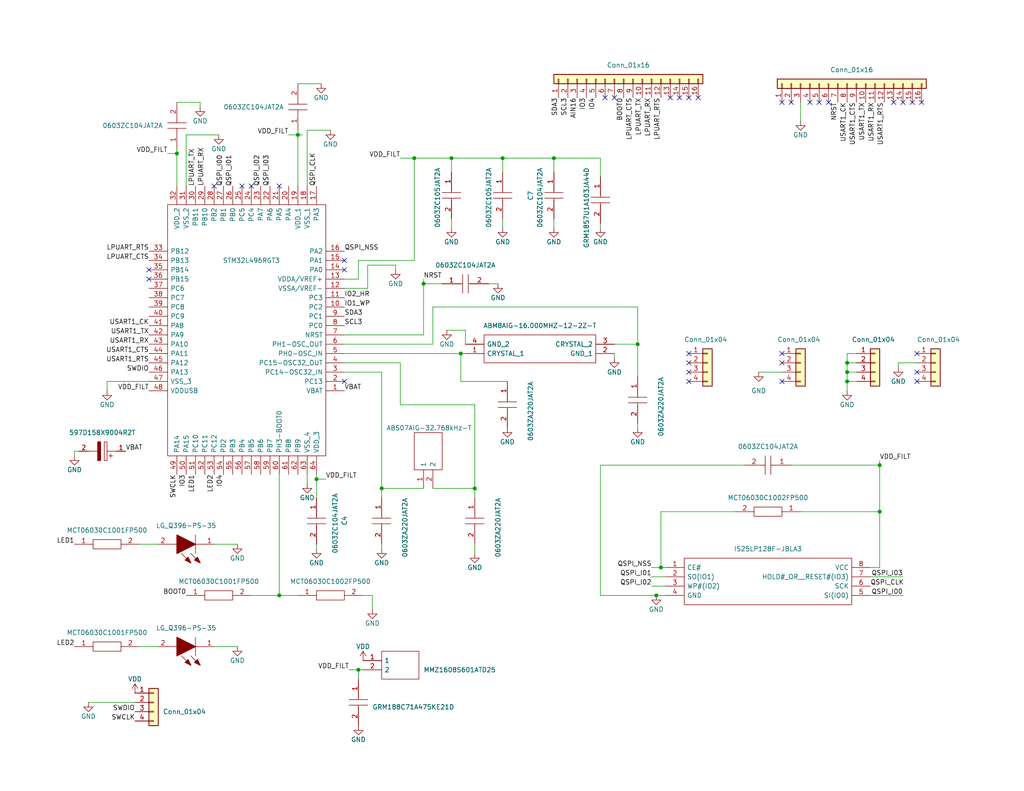
<source format=kicad_sch>
(kicad_sch (version 20211123) (generator eeschema)
  (paper "USLetter")
  (title_block (title "PQ CDH Schematic") (rev "V0.2.0") (company "Carnegie Mellon University -- Alok Anand") (comment 1 "Pocketqube Command and Data Handling"))
  (lib_symbols
    (symbol "Connector_Generic:Conn_01x04" (pin_names (offset 1.016) hide)
      (property "Reference" "J" (at 0 5.08 0))
      (property "Value" "Conn_01x04" (at 0 -7.62 0))
      (symbol "Conn_01x04_1_1"
        (pin passive line (at -5.08 2.54 0) (length 3.81) (name "Pin_1") (number "1"))
        (pin passive line (at -5.08 0 0) (length 3.81) (name "Pin_2") (number "2"))
        (pin passive line (at -5.08 -2.54 0) (length 3.81) (name "Pin_3") (number "3"))
        (pin passive line (at -5.08 -5.08 0) (length 3.81) (name "Pin_4") (number "4"))
      )
    )
    (symbol "Connector_Generic:Conn_01x16" (pin_names (offset 1.016) hide)
      (property "Reference" "J" (at 0 20.32 0))
      (property "Value" "Conn_01x16" (at 0 -22.86 0))
      (symbol "Conn_01x16_1_1"
        (pin passive line (at -5.08 17.78 0) (length 3.81) (name "Pin_1") (number "1"))
        (pin passive line (at -5.08 -5.08 0) (length 3.81) (name "Pin_10") (number "10"))
        (pin passive line (at -5.08 -7.62 0) (length 3.81) (name "Pin_11") (number "11"))
        (pin passive line (at -5.08 -10.16 0) (length 3.81) (name "Pin_12") (number "12"))
        (pin passive line (at -5.08 -12.7 0) (length 3.81) (name "Pin_13") (number "13"))
        (pin passive line (at -5.08 -15.24 0) (length 3.81) (name "Pin_14") (number "14"))
        (pin passive line (at -5.08 -17.78 0) (length 3.81) (name "Pin_15") (number "15"))
        (pin passive line (at -5.08 -20.32 0) (length 3.81) (name "Pin_16") (number "16"))
        (pin passive line (at -5.08 15.24 0) (length 3.81) (name "Pin_2") (number "2"))
        (pin passive line (at -5.08 12.7 0) (length 3.81) (name "Pin_3") (number "3"))
        (pin passive line (at -5.08 10.16 0) (length 3.81) (name "Pin_4") (number "4"))
        (pin passive line (at -5.08 7.62 0) (length 3.81) (name "Pin_5") (number "5"))
        (pin passive line (at -5.08 5.08 0) (length 3.81) (name "Pin_6") (number "6"))
        (pin passive line (at -5.08 2.54 0) (length 3.81) (name "Pin_7") (number "7"))
        (pin passive line (at -5.08 0 0) (length 3.81) (name "Pin_8") (number "8"))
        (pin passive line (at -5.08 -2.54 0) (length 3.81) (name "Pin_9") (number "9"))
      )
    )
    (symbol "power:GND" (power) (pin_names (offset 0))
      (property "Value" "GND" (at 0 -3.81 0))
      (symbol "GND_1_1"
        (pin power_in line (at 0 0 270) (length 0) hide (name "GND") (number "1"))
      )
    )
    (symbol "power:VDD" (power) (pin_names (offset 0))
      (property "Value" "VDD" (at 0 3.81 0))
      (symbol "VDD_1_1"
        (pin power_in line (at 0 0 90) (length 0) hide (name "VDD") (number "1"))
      )
    )
    (symbol "pq-cdh:0603ZA220JAT2A" (pin_names (offset 0.762))
      (property "Reference" "C" (at 8.89 6.35 0))
      (property "Value" "0603ZA220JAT2A" (at 8.89 3.81 0))
      (symbol "0603ZA220JAT2A_0_0"
        (pin passive line (at 0 0 0) (length 5.08) (name "~") (number "1"))
        (pin passive line (at 12.7 0 180) (length 5.08) (name "~") (number "2"))
      )
    )
    (symbol "pq-cdh:0603ZC104JAT2A" (pin_names (offset 0.762))
      (property "Reference" "C" (at 8.89 6.35 0))
      (property "Value" "0603ZC104JAT2A" (at 8.89 3.81 0))
      (symbol "0603ZC104JAT2A_0_0"
        (pin passive line (at 0 0 0) (length 5.08) (name "~") (number "1"))
        (pin passive line (at 12.7 0 180) (length 5.08) (name "~") (number "2"))
      )
    )
    (symbol "pq-cdh:0603ZC105JAT2A" (pin_names (offset 0.762))
      (property "Reference" "C" (at 8.89 6.35 0))
      (property "Value" "0603ZC105JAT2A" (at 8.89 3.81 0))
      (symbol "0603ZC105JAT2A_0_0"
        (pin passive line (at 0 0 0) (length 5.08) (name "~") (number "1"))
        (pin passive line (at 12.7 0 180) (length 5.08) (name "~") (number "2"))
      )
    )
    (symbol "pq-cdh:597D158X9004R2T" (pin_names (offset 0.762))
      (property "Reference" "C" (at 8.89 6.35 0))
      (property "Value" "597D158X9004R2T" (at 8.89 3.81 0))
      (symbol "597D158X9004R2T_0_0"
        (pin passive line (at 0 0 0) (length 2.54) (name "~") (number "1"))
        (pin passive line (at 12.7 0 180) (length 2.54) (name "~") (number "2"))
      )
    )
    (symbol "pq-cdh:ABM8AIG-16.000MHZ-12-2Z-T" (pin_names (offset 0.762))
      (property "Reference" "Y" (at 36.83 7.62 0))
      (property "Value" "ABM8AIG-16.000MHZ-12-2Z-T" (at 36.83 5.08 0))
      (symbol "ABM8AIG-16.000MHZ-12-2Z-T_0_0"
        (pin passive line (at 0 -2.54 0) (length 5.08) (name "CRYSTAL_1") (number "1"))
        (pin passive line (at 40.64 -2.54 180) (length 5.08) (name "GND_1") (number "2"))
        (pin passive line (at 40.64 0 180) (length 5.08) (name "CRYSTAL_2") (number "3"))
        (pin passive line (at 0 0 0) (length 5.08) (name "GND_2") (number "4"))
      )
    )
    (symbol "pq-cdh:ABS07AIG-32.768kHz-T" (pin_names (offset 0.762))
      (property "Reference" "Y" (at 16.51 7.62 0))
      (property "Value" "ABS07AIG-32.768kHz-T" (at 16.51 5.08 0))
      (symbol "ABS07AIG-32.768kHz-T_0_0"
        (pin passive line (at 0 0 0) (length 5.08) (name "1") (number "1"))
        (pin passive line (at 0 -2.54 0) (length 5.08) (name "2") (number "2"))
      )
    )
    (symbol "pq-cdh:GRM1857U1A103JA44D" (pin_names (offset 0.762))
      (property "Reference" "C" (at 8.89 6.35 0))
      (property "Value" "GRM1857U1A103JA44D" (at 8.89 3.81 0))
      (symbol "GRM1857U1A103JA44D_0_0"
        (pin passive line (at 0 0 0) (length 5.08) (name "~") (number "1"))
        (pin passive line (at 12.7 0 180) (length 5.08) (name "~") (number "2"))
      )
    )
    (symbol "pq-cdh:GRM188C71A475KE21D" (pin_names (offset 0.762))
      (property "Reference" "C" (at 8.89 6.35 0))
      (property "Value" "GRM188C71A475KE21D" (at 8.89 3.81 0))
      (symbol "GRM188C71A475KE21D_0_0"
        (pin passive line (at 0 0 0) (length 5.08) (name "~") (number "1"))
        (pin passive line (at 12.7 0 180) (length 5.08) (name "~") (number "2"))
      )
    )
    (symbol "pq-cdh:IS25LP128F-JBLA3" (pin_names (offset 0.762))
      (property "Reference" "IC" (at 52.07 7.62 0))
      (property "Value" "IS25LP128F-JBLA3" (at 52.07 5.08 0))
      (symbol "IS25LP128F-JBLA3_0_0"
        (pin passive line (at 0 0 0) (length 5.08) (name "CE#") (number "1"))
        (pin passive line (at 0 -2.54 0) (length 5.08) (name "SO(IO1)") (number "2"))
        (pin passive line (at 0 -5.08 0) (length 5.08) (name "WP#(IO2)") (number "3"))
        (pin passive line (at 0 -7.62 0) (length 5.08) (name "GND") (number "4"))
        (pin passive line (at 55.88 -7.62 180) (length 5.08) (name "SI(IO0)") (number "5"))
        (pin passive line (at 55.88 -5.08 180) (length 5.08) (name "SCK") (number "6"))
        (pin passive line (at 55.88 -2.54 180) (length 5.08) (name "HOLD#_OR__RESET#(IO3)") (number "7"))
        (pin passive line (at 55.88 0 180) (length 5.08) (name "VCC") (number "8"))
      )
    )
    (symbol "pq-cdh:LG_Q396-PS-35" (pin_names (offset 0.762))
      (property "Reference" "LED" (at 12.7 8.89 0))
      (property "Value" "LG_Q396-PS-35" (at 12.7 6.35 0))
      (symbol "LG_Q396-PS-35_0_0"
        (pin passive line (at 0 0 0) (length 2.54) (name "~") (number "1"))
        (pin passive line (at 15.24 0 180) (length 2.54) (name "~") (number "2"))
      )
    )
    (symbol "pq-cdh:MCT06030C1001FP500" (pin_names (offset 0.762))
      (property "Reference" "R" (at 13.97 6.35 0))
      (property "Value" "MCT06030C1001FP500" (at 13.97 3.81 0))
      (symbol "MCT06030C1001FP500_0_0"
        (pin passive line (at 0 0 0) (length 5.08) (name "~") (number "1"))
        (pin passive line (at 17.78 0 180) (length 5.08) (name "~") (number "2"))
      )
    )
    (symbol "pq-cdh:MCT06030C1002FP500" (pin_names (offset 0.762))
      (property "Reference" "R" (at 13.97 6.35 0))
      (property "Value" "MCT06030C1002FP500" (at 13.97 3.81 0))
      (symbol "MCT06030C1002FP500_0_0"
        (pin passive line (at 0 0 0) (length 5.08) (name "~") (number "1"))
        (pin passive line (at 17.78 0 180) (length 5.08) (name "~") (number "2"))
      )
    )
    (symbol "pq-cdh:MMZ1608S601ATD25" (pin_names (offset 0.762))
      (property "Reference" "FB" (at 16.51 7.62 0))
      (property "Value" "MMZ1608S601ATD25" (at 16.51 5.08 0))
      (symbol "MMZ1608S601ATD25_0_0"
        (pin passive line (at 0 0 0) (length 5.08) (name "1") (number "1"))
        (pin passive line (at 0 -2.54 0) (length 5.08) (name "2") (number "2"))
      )
    )
    (symbol "pq-cdh:STM32L496RGT3" (pin_names (offset 0.762))
      (property "Reference" "IC" (at 49.53 22.86 0))
      (property "Value" "STM32L496RGT3" (at 49.53 20.32 0))
      (symbol "STM32L496RGT3_0_0"
        (pin passive line (at 0 0 0) (length 5.08) (name "VBAT") (number "1"))
        (pin passive line (at 0 -22.86 0) (length 5.08) (name "PC2") (number "10"))
        (pin passive line (at 0 -25.4 0) (length 5.08) (name "PC3") (number "11"))
        (pin passive line (at 0 -27.94 0) (length 5.08) (name "VSSA/VREF-") (number "12"))
        (pin passive line (at 0 -30.48 0) (length 5.08) (name "VDDA/VREF+") (number "13"))
        (pin passive line (at 0 -33.02 0) (length 5.08) (name "PA0") (number "14"))
        (pin passive line (at 0 -35.56 0) (length 5.08) (name "PA1") (number "15"))
        (pin passive line (at 0 -38.1 0) (length 5.08) (name "PA2") (number "16"))
        (pin passive line (at 7.62 -55.88 90) (length 5.08) (name "PA3") (number "17"))
        (pin passive line (at 10.16 -55.88 90) (length 5.08) (name "VSS_1") (number "18"))
        (pin passive line (at 12.7 -55.88 90) (length 5.08) (name "VDD_1") (number "19"))
        (pin passive line (at 0 -2.54 0) (length 5.08) (name "PC13") (number "2"))
        (pin passive line (at 15.24 -55.88 90) (length 5.08) (name "PA4") (number "20"))
        (pin passive line (at 17.78 -55.88 90) (length 5.08) (name "PA5") (number "21"))
        (pin passive line (at 20.32 -55.88 90) (length 5.08) (name "PA6") (number "22"))
        (pin passive line (at 22.86 -55.88 90) (length 5.08) (name "PA7") (number "23"))
        (pin passive line (at 25.4 -55.88 90) (length 5.08) (name "PC4") (number "24"))
        (pin passive line (at 27.94 -55.88 90) (length 5.08) (name "PC5") (number "25"))
        (pin passive line (at 30.48 -55.88 90) (length 5.08) (name "PB0") (number "26"))
        (pin passive line (at 33.02 -55.88 90) (length 5.08) (name "PB1") (number "27"))
        (pin passive line (at 35.56 -55.88 90) (length 5.08) (name "PB2") (number "28"))
        (pin passive line (at 38.1 -55.88 90) (length 5.08) (name "PB10") (number "29"))
        (pin passive line (at 0 -5.08 0) (length 5.08) (name "PC14-OSC32_IN") (number "3"))
        (pin passive line (at 40.64 -55.88 90) (length 5.08) (name "PB11") (number "30"))
        (pin passive line (at 43.18 -55.88 90) (length 5.08) (name "VSS_2") (number "31"))
        (pin passive line (at 45.72 -55.88 90) (length 5.08) (name "VDD_2") (number "32"))
        (pin passive line (at 53.34 -38.1 180) (length 5.08) (name "PB12") (number "33"))
        (pin passive line (at 53.34 -35.56 180) (length 5.08) (name "PB13") (number "34"))
        (pin passive line (at 53.34 -33.02 180) (length 5.08) (name "PB14") (number "35"))
        (pin passive line (at 53.34 -30.48 180) (length 5.08) (name "PB15") (number "36"))
        (pin passive line (at 53.34 -27.94 180) (length 5.08) (name "PC6") (number "37"))
        (pin passive line (at 53.34 -25.4 180) (length 5.08) (name "PC7") (number "38"))
        (pin passive line (at 53.34 -22.86 180) (length 5.08) (name "PC8") (number "39"))
        (pin passive line (at 0 -7.62 0) (length 5.08) (name "PC15-OSC32_OUT") (number "4"))
        (pin passive line (at 53.34 -20.32 180) (length 5.08) (name "PC9") (number "40"))
        (pin passive line (at 53.34 -17.78 180) (length 5.08) (name "PA8") (number "41"))
        (pin passive line (at 53.34 -15.24 180) (length 5.08) (name "PA9") (number "42"))
        (pin passive line (at 53.34 -12.7 180) (length 5.08) (name "PA10") (number "43"))
        (pin passive line (at 53.34 -10.16 180) (length 5.08) (name "PA11") (number "44"))
        (pin passive line (at 53.34 -7.62 180) (length 5.08) (name "PA12") (number "45"))
        (pin passive line (at 53.34 -5.08 180) (length 5.08) (name "PA13") (number "46"))
        (pin passive line (at 53.34 -2.54 180) (length 5.08) (name "VSS_3") (number "47"))
        (pin passive line (at 53.34 0 180) (length 5.08) (name "VDDUSB") (number "48"))
        (pin passive line (at 45.72 22.86 270) (length 5.08) (name "PA14") (number "49"))
        (pin passive line (at 0 -10.16 0) (length 5.08) (name "PH0-OSC_IN") (number "5"))
        (pin passive line (at 43.18 22.86 270) (length 5.08) (name "PA15") (number "50"))
        (pin passive line (at 40.64 22.86 270) (length 5.08) (name "PC10") (number "51"))
        (pin passive line (at 38.1 22.86 270) (length 5.08) (name "PC11") (number "52"))
        (pin passive line (at 35.56 22.86 270) (length 5.08) (name "PC12") (number "53"))
        (pin passive line (at 33.02 22.86 270) (length 5.08) (name "PD2") (number "54"))
        (pin passive line (at 30.48 22.86 270) (length 5.08) (name "PB3") (number "55"))
        (pin passive line (at 27.94 22.86 270) (length 5.08) (name "PB4") (number "56"))
        (pin passive line (at 25.4 22.86 270) (length 5.08) (name "PB5") (number "57"))
        (pin passive line (at 22.86 22.86 270) (length 5.08) (name "PB6") (number "58"))
        (pin passive line (at 20.32 22.86 270) (length 5.08) (name "PB7") (number "59"))
        (pin passive line (at 0 -12.7 0) (length 5.08) (name "PH1-OSC_OUT") (number "6"))
        (pin passive line (at 17.78 22.86 270) (length 5.08) (name "PH3-BOOT0") (number "60"))
        (pin passive line (at 15.24 22.86 270) (length 5.08) (name "PB8") (number "61"))
        (pin passive line (at 12.7 22.86 270) (length 5.08) (name "PB9") (number "62"))
        (pin passive line (at 10.16 22.86 270) (length 5.08) (name "VSS_4") (number "63"))
        (pin passive line (at 7.62 22.86 270) (length 5.08) (name "VDD_3") (number "64"))
        (pin passive line (at 0 -15.24 0) (length 5.08) (name "NRST") (number "7"))
        (pin passive line (at 0 -17.78 0) (length 5.08) (name "PC0") (number "8"))
        (pin passive line (at 0 -20.32 0) (length 5.08) (name "PC1") (number "9"))
      )
    )
  )
  (junction (at 129.54 133.35))
  (junction (at 81.28 36.83))
  (junction (at 113.03 43.18))
  (junction (at 231.14 99.06))
  (junction (at 137.16 43.18))
  (junction (at 76.2 162.56))
  (junction (at 104.14 133.35))
  (junction (at 151.13 43.18))
  (junction (at 231.14 101.6))
  (junction (at 48.26 41.91))
  (junction (at 173.99 93.98))
  (junction (at 86.36 130.81))
  (junction (at 240.03 139.7))
  (junction (at 240.03 127))
  (junction (at 231.14 104.14))
  (junction (at 125.73 96.52))
  (junction (at 179.07 162.56))
  (junction (at 97.79 182.88))
  (junction (at 123.19 43.18))
  (junction (at 180.34 154.94))
  (junction (at 115.57 77.47))
  (no_connect (at 250.19 104.14))
  (no_connect (at 250.19 101.6))
  (no_connect (at 213.36 96.52))
  (no_connect (at 250.19 96.52))
  (no_connect (at 213.36 99.06))
  (no_connect (at 213.36 104.14))
  (no_connect (at 187.96 26.67))
  (no_connect (at 165.1 26.67))
  (no_connect (at 167.64 26.67))
  (no_connect (at 182.88 26.67))
  (no_connect (at 185.42 26.67))
  (no_connect (at 190.5 26.67))
  (no_connect (at 213.36 27.94))
  (no_connect (at 215.9 27.94))
  (no_connect (at 251.46 27.94))
  (no_connect (at 243.84 27.94))
  (no_connect (at 246.38 27.94))
  (no_connect (at 248.92 27.94))
  (no_connect (at 226.06 27.94))
  (no_connect (at 187.96 104.14))
  (no_connect (at 187.96 96.52))
  (no_connect (at 187.96 99.06))
  (no_connect (at 187.96 101.6))
  (no_connect (at 68.58 50.8))
  (no_connect (at 220.98 27.94))
  (no_connect (at 223.52 27.94))
  (no_connect (at 93.98 104.14))
  (no_connect (at 40.64 76.2))
  (no_connect (at 58.42 50.8))
  (no_connect (at 66.04 50.8))
  (no_connect (at 76.2 50.8))
  (no_connect (at 93.98 71.12))
  (no_connect (at 93.98 73.66))
  (no_connect (at 40.64 73.66))
  (wire (pts (xy 93.98 99.06) (xy 109.22 99.06)))
  (wire (pts (xy 123.19 43.18) (xy 123.19 46.99)))
  (wire (pts (xy 107.95 72.39) (xy 107.95 73.66)))
  (wire (pts (xy 20.32 124.46) (xy 20.32 123.19)))
  (wire (pts (xy 20.32 123.19) (xy 21.59 123.19)))
  (wire (pts (xy 215.9 127) (xy 240.03 127)))
  (wire (pts (xy 29.21 106.68) (xy 29.21 104.14)))
  (wire (pts (xy 81.28 22.86) (xy 87.63 22.86)))
  (wire (pts (xy 218.44 139.7) (xy 240.03 139.7)))
  (wire (pts (xy 58.42 148.59) (xy 64.77 148.59)))
  (wire (pts (xy 173.99 93.98) (xy 167.64 93.98)))
  (wire (pts (xy 115.57 91.44) (xy 115.57 77.47)))
  (wire (pts (xy 180.34 154.94) (xy 180.34 139.7)))
  (wire (pts (xy 177.8 160.02) (xy 181.61 160.02)))
  (wire (pts (xy 179.07 162.56) (xy 163.83 162.56)))
  (wire (pts (xy 104.14 133.35) (xy 104.14 135.89)))
  (wire (pts (xy 207.01 101.6) (xy 213.36 101.6)))
  (wire (pts (xy 50.8 50.8) (xy 50.8 36.83)))
  (wire (pts (xy 231.14 99.06) (xy 233.68 99.06)))
  (wire (pts (xy 231.14 96.52) (xy 231.14 99.06)))
  (wire (pts (xy 163.83 43.18) (xy 163.83 48.26)))
  (wire (pts (xy 133.35 77.47) (xy 135.89 77.47)))
  (wire (pts (xy 118.11 133.35) (xy 129.54 133.35)))
  (wire (pts (xy 104.14 148.59) (xy 104.14 149.86)))
  (wire (pts (xy 82.55 36.83) (xy 81.28 36.83)))
  (wire (pts (xy 38.1 176.53) (xy 43.18 176.53)))
  (wire (pts (xy 81.28 36.83) (xy 81.28 50.8)))
  (wire (pts (xy 115.57 76.2) (xy 115.57 77.47)))
  (wire (pts (xy 180.34 139.7) (xy 200.66 139.7)))
  (wire (pts (xy 48.26 40.64) (xy 48.26 41.91)))
  (wire (pts (xy 231.14 104.14) (xy 233.68 104.14)))
  (wire (pts (xy 125.73 104.14) (xy 138.43 104.14)))
  (wire (pts (xy 113.03 43.18) (xy 113.03 71.12)))
  (wire (pts (xy 245.11 100.33) (xy 245.11 99.06)))
  (wire (pts (xy 93.98 101.6) (xy 104.14 101.6)))
  (wire (pts (xy 129.54 110.49) (xy 129.54 133.35)))
  (wire (pts (xy 76.2 129.54) (xy 76.2 162.56)))
  (wire (pts (xy 245.11 99.06) (xy 250.19 99.06)))
  (wire (pts (xy 163.83 127) (xy 203.2 127)))
  (wire (pts (xy 86.36 130.81) (xy 86.36 135.89)))
  (wire (pts (xy 118.11 83.82) (xy 173.99 83.82)))
  (wire (pts (xy 93.98 93.98) (xy 118.11 93.98)))
  (wire (pts (xy 100.33 72.39) (xy 100.33 78.74)))
  (wire (pts (xy 99.06 162.56) (xy 101.6 162.56)))
  (wire (pts (xy 101.6 162.56) (xy 101.6 166.37)))
  (wire (pts (xy 83.82 129.54) (xy 83.82 132.08)))
  (wire (pts (xy 97.79 71.12) (xy 97.79 76.2)))
  (wire (pts (xy 151.13 43.18) (xy 163.83 43.18)))
  (wire (pts (xy 48.26 27.94) (xy 54.61 27.94)))
  (wire (pts (xy 151.13 43.18) (xy 151.13 46.99)))
  (wire (pts (xy 137.16 43.18) (xy 151.13 43.18)))
  (wire (pts (xy 137.16 59.69) (xy 137.16 62.23)))
  (wire (pts (xy 167.64 96.52) (xy 167.64 97.79)))
  (wire (pts (xy 129.54 148.59) (xy 129.54 151.13)))
  (wire (pts (xy 125.73 96.52) (xy 127 96.52)))
  (wire (pts (xy 173.99 115.57) (xy 173.99 116.84)))
  (wire (pts (xy 118.11 93.98) (xy 118.11 83.82)))
  (wire (pts (xy 123.19 59.69) (xy 123.19 62.23)))
  (wire (pts (xy 109.22 99.06) (xy 109.22 110.49)))
  (wire (pts (xy 76.2 162.56) (xy 81.28 162.56)))
  (wire (pts (xy 68.58 162.56) (xy 76.2 162.56)))
  (wire (pts (xy 231.14 99.06) (xy 231.14 101.6)))
  (wire (pts (xy 233.68 96.52) (xy 231.14 96.52)))
  (wire (pts (xy 129.54 133.35) (xy 129.54 135.89)))
  (wire (pts (xy 231.14 101.6) (xy 233.68 101.6)))
  (wire (pts (xy 173.99 93.98) (xy 173.99 102.87)))
  (wire (pts (xy 173.99 83.82) (xy 173.99 93.98)))
  (wire (pts (xy 38.1 148.59) (xy 43.18 148.59)))
  (wire (pts (xy 123.19 43.18) (xy 137.16 43.18)))
  (wire (pts (xy 113.03 43.18) (xy 123.19 43.18)))
  (wire (pts (xy 24.13 191.77) (xy 36.83 191.77)))
  (wire (pts (xy 58.42 176.53) (xy 64.77 176.53)))
  (wire (pts (xy 240.03 154.94) (xy 237.49 154.94)))
  (wire (pts (xy 163.83 162.56) (xy 163.83 127)))
  (wire (pts (xy 50.8 36.83) (xy 59.69 36.83)))
  (wire (pts (xy 104.14 133.35) (xy 115.57 133.35)))
  (wire (pts (xy 151.13 59.69) (xy 151.13 62.23)))
  (wire (pts (xy 246.38 157.48) (xy 237.49 157.48)))
  (wire (pts (xy 231.14 104.14) (xy 231.14 106.68)))
  (wire (pts (xy 231.14 101.6) (xy 231.14 104.14)))
  (wire (pts (xy 127 90.17) (xy 127 93.98)))
  (wire (pts (xy 90.17 35.56) (xy 83.82 35.56)))
  (wire (pts (xy 113.03 71.12) (xy 97.79 71.12)))
  (wire (pts (xy 86.36 148.59) (xy 86.36 149.86)))
  (wire (pts (xy 81.28 35.56) (xy 81.28 36.83)))
  (wire (pts (xy 240.03 139.7) (xy 240.03 154.94)))
  (wire (pts (xy 48.26 41.91) (xy 48.26 50.8)))
  (wire (pts (xy 246.38 162.56) (xy 237.49 162.56)))
  (wire (pts (xy 109.22 110.49) (xy 129.54 110.49)))
  (wire (pts (xy 137.16 43.18) (xy 137.16 46.99)))
  (wire (pts (xy 181.61 162.56) (xy 179.07 162.56)))
  (wire (pts (xy 93.98 76.2) (xy 97.79 76.2)))
  (wire (pts (xy 177.8 154.94) (xy 180.34 154.94)))
  (wire (pts (xy 121.92 90.17) (xy 127 90.17)))
  (wire (pts (xy 177.8 157.48) (xy 181.61 157.48)))
  (wire (pts (xy 125.73 96.52) (xy 125.73 104.14)))
  (wire (pts (xy 104.14 101.6) (xy 104.14 133.35)))
  (wire (pts (xy 218.44 27.94) (xy 218.44 33.02)))
  (wire (pts (xy 78.74 36.83) (xy 81.28 36.83)))
  (wire (pts (xy 93.98 96.52) (xy 125.73 96.52)))
  (wire (pts (xy 93.98 91.44) (xy 115.57 91.44)))
  (wire (pts (xy 240.03 125.73) (xy 240.03 127)))
  (wire (pts (xy 240.03 127) (xy 240.03 139.7)))
  (wire (pts (xy 95.25 182.88) (xy 97.79 182.88)))
  (wire (pts (xy 93.98 78.74) (xy 100.33 78.74)))
  (wire (pts (xy 115.57 77.47) (xy 120.65 77.47)))
  (wire (pts (xy 97.79 182.88) (xy 99.06 182.88)))
  (wire (pts (xy 97.79 185.42) (xy 97.79 182.88)))
  (wire (pts (xy 83.82 35.56) (xy 83.82 50.8)))
  (wire (pts (xy 29.21 104.14) (xy 40.64 104.14)))
  (wire (pts (xy 86.36 130.81) (xy 88.9 130.81)))
  (wire (pts (xy 86.36 129.54) (xy 86.36 130.81)))
  (wire (pts (xy 163.83 60.96) (xy 163.83 62.23)))
  (wire (pts (xy 45.72 41.91) (xy 48.26 41.91)))
  (wire (pts (xy 54.61 27.94) (xy 54.61 29.21)))
  (wire (pts (xy 109.22 43.18) (xy 113.03 43.18)))
  (wire (pts (xy 181.61 154.94) (xy 180.34 154.94)))
  (wire (pts (xy 100.33 72.39) (xy 107.95 72.39)))
  (label "SWCLK" (at 36.83 196.85 180))
  (label "USART1_RX" (at 40.64 93.98 180))
  (label "QSPI_NSS" (at 177.8 154.94 180))
  (label "QSPI_I00" (at 60.96 50.8 90))
  (label "VDD_FILT" (at 109.22 43.18 180))
  (label "QSPI_NSS" (at 93.98 68.58 0))
  (label "LED1" (at 20.32 148.59 180))
  (label "LPUART_RX" (at 55.88 50.8 90))
  (label "VDD_FILT" (at 88.9 130.81 0))
  (label "VBAT" (at 34.29 123.19 0))
  (label "SDA3" (at 152.4 26.67 270))
  (label "IO3" (at 160.02 26.67 270))
  (label "QSPI_I03" (at 73.66 50.8 90))
  (label "SWCLK" (at 48.26 129.54 270))
  (label "LPUART_CTS" (at 40.64 71.12 180))
  (label "USART1_RTS" (at 40.64 99.06 180))
  (label "VDD_FILT" (at 78.74 36.83 180))
  (label "VDD_FILT" (at 240.03 125.73 0))
  (label "LPUART_TX" (at 53.34 50.8 90))
  (label "QSPI_CLK" (at 86.36 50.8 90))
  (label "LPUART_CTS" (at 172.72 26.67 270))
  (label "USART1_TX" (at 236.22 27.94 270))
  (label "SWDIO" (at 40.64 101.6 180))
  (label "IO4" (at 60.96 129.54 270))
  (label "LPUART_RTS" (at 40.64 68.58 180))
  (label "QSPI_I03" (at 246.38 157.48 180))
  (label "QSPI_I02" (at 177.8 160.02 180))
  (label "NRST" (at 115.57 76.2 0))
  (label "USART1_TX" (at 40.64 91.44 180))
  (label "IO3" (at 50.8 129.54 270))
  (label "IO4" (at 162.56 26.67 270))
  (label "SCL3" (at 154.94 26.67 270))
  (label "VDD_FILT" (at 40.64 106.68 180))
  (label "LPUART_TX" (at 175.26 26.67 270))
  (label "USART1_CK" (at 40.64 88.9 180))
  (label "BOOT0" (at 50.8 162.56 180))
  (label "USART1_RX" (at 238.76 27.94 270))
  (label "LED2" (at 58.42 129.54 270))
  (label "USART1_CTS" (at 40.64 96.52 180))
  (label "VBAT" (at 93.98 106.68 0))
  (label "QSPI_I01" (at 177.8 157.48 180))
  (label "SCL3" (at 93.98 88.9 0))
  (label "VDD_FILT" (at 45.72 41.91 180))
  (label "AIN16" (at 157.48 26.67 270))
  (label "SWDIO" (at 36.83 194.31 180))
  (label "LED1" (at 53.34 129.54 270))
  (label "NRST" (at 228.6 27.94 270))
  (label "IO1_WP" (at 93.98 83.82 0))
  (label "QSPI_I02" (at 71.12 50.8 90))
  (label "LPUART_RX" (at 177.8 26.67 270))
  (label "USART1_CTS" (at 233.68 27.94 270))
  (label "LPUART_RTS" (at 180.34 26.67 270))
  (label "BOOT0" (at 170.18 26.67 270))
  (label "LED2" (at 20.32 176.53 180))
  (label "USART1_RTS" (at 241.3 27.94 270))
  (label "QSPI_CLK" (at 237.49 160.02 0))
  (label "IO2_HR" (at 93.98 81.28 0))
  (label "VDD_FILT" (at 95.25 182.88 180))
  (label "QSPI_I00" (at 246.38 162.56 180))
  (label "SDA3" (at 93.98 86.36 0))
  (label "USART1_CK" (at 231.14 27.94 270))
  (label "QSPI_I01" (at 63.5 50.8 90))
  (symbol (lib_id "power:VDD") (at 99.06 180.34 0) (unit 1)
    (property "Reference" "#PWR0121" (effects hide))
    (property "Value" "VDD" (at 99.06 176.53 0))
  )
  (symbol (lib_id "power:GND") (at 167.64 97.79 0) (unit 1)
    (property "Reference" "#PWR0104" (effects hide))
    (property "Value" "GND" (at 167.64 101.6 0))
  )
  (symbol (lib_id "power:GND") (at 29.21 106.68 0) (unit 1)
    (property "Reference" "#PWR0123" (effects hide))
    (property "Value" "GND" (at 29.21 110.49 0))
  )
  (symbol (lib_id "power:GND") (at 86.36 149.86 0) (unit 1)
    (property "Reference" "#PWR0117" (effects hide))
    (property "Value" "GND" (at 86.36 153.67 0))
  )
  (symbol (lib_id "pq-cdh:0603ZC104JAT2A") (at 151.13 46.99 270) (unit 1)
    (property "Reference" "C7" (at 144.78 52.07 0) (effects (justify left)))
    (property "Value" "0603ZC104JAT2A" (at 147.32 45.72 0) (effects (justify left)))
    (property "Footprint" "CAPC1608X90N" (effects hide))
    (property "Datasheet" "https://componentsearchengine.com/Datasheets/1/06031A100FAT2A.pdf" (effects hide))
    (property "Description" "Multilayer Ceramic Capacitors MLCC - SMD/SMT 10V .1uF X7R 0603 5%" (effects hide))
    (property "Height" "0.9" (effects hide))
    (property "Manufacturer_Name" "AVX" (effects hide))
    (property "Manufacturer_Part_Number" "0603ZC104JAT2A" (effects hide))
    (property "Mouser Part Number" "581-0603ZC104JAT2A" (effects hide))
    (property "Mouser Price/Stock" "https://www.mouser.com/Search/Refine.aspx?Keyword=581-0603ZC104JAT2A" (effects hide))
  )
  (symbol (lib_id "pq-cdh:0603ZA220JAT2A") (at 129.54 135.89 270) (unit 1)
    (property "Reference" "C12" (effects hide))
    (property "Value" "0603ZA220JAT2A" (at 135.89 135.89 0) (effects (justify left)))
    (property "Footprint" "pq-cdh:CAPC1608X90N" (effects hide))
    (property "Datasheet" "https://componentsearchengine.com/Datasheets/1/06031A100FAT2A.pdf" (effects hide))
    (property "Description" "Multilayer Ceramic Capacitors MLCC - SMD/SMT 10V 22pF C0G 0603 5% Tol" (effects hide))
    (property "Height" "0.9" (effects hide))
    (property "Manufacturer_Name" "AVX" (effects hide))
    (property "Manufacturer_Part_Number" "0603ZA220JAT2A" (effects hide))
    (property "Mouser Part Number" "581-0603ZA220JAT2A" (effects hide))
    (property "Mouser Price/Stock" "https://www.mouser.com/Search/Refine.aspx?Keyword=581-0603ZA220JAT2A" (effects hide))
    (property "Arrow Part Number" "0603ZA220JAT2A" (effects hide))
    (property "Arrow Price/Stock" "https://www.arrow.com/en/products/0603za220jat2a/avx" (effects hide))
  )
  (symbol (lib_id "pq-cdh:IS25LP128F-JBLA3") (at 181.61 154.94 0) (unit 1)
    (property "Reference" "IC2" (effects hide))
    (property "Value" "IS25LP128F-JBLA3" (at 209.55 149.86 0))
    (property "Footprint" "pq-cdh:SOIC127P790X216-8N" (effects hide))
    (property "Datasheet" "http://www.issi.com/WW/pdf/25LP-WP128F.pdf" (effects hide))
    (property "Description" "NOR Flash 128M 2.3-3.6V 166Mhz Serial NOR Flash" (effects hide))
    (property "Height" "2.16" (effects hide))
    (property "Manufacturer_Name" "Integrated Silicon Solution Inc." (effects hide))
    (property "Manufacturer_Part_Number" "IS25LP128F-JBLA3" (effects hide))
    (property "Mouser Part Number" "870-IS25LP128F-JBLA3" (effects hide))
    (property "Mouser Price/Stock" "https://www.mouser.co.uk/ProductDetail/ISSI/IS25LP128F-JBLA3?qs=f9yNj16SXrJUIEEJAN4gHA%3D%3D" (effects hide))
    (property "Arrow Part Number" "IS25LP128F-JBLA3" (effects hide))
    (property "Arrow Price/Stock" "https://www.arrow.com/en/products/is25lp128f-jbla3/integrated-silicon-solution-inc?region=nac" (effects hide))
  )
  (symbol (lib_id "power:GND") (at 121.92 90.17 0) (unit 1)
    (property "Reference" "#PWR0103" (effects hide))
    (property "Value" "GND" (at 121.92 93.98 0))
  )
  (symbol (lib_id "power:GND") (at 83.82 132.08 0) (unit 1)
    (property "Reference" "#PWR0118" (effects hide))
    (property "Value" "GND" (at 83.82 135.89 0))
  )
  (symbol (lib_id "power:GND") (at 173.99 116.84 0) (unit 1)
    (property "Reference" "#PWR0111" (effects hide))
    (property "Value" "GND" (at 173.99 120.65 0))
  )
  (symbol (lib_id "Connector_Generic:Conn_01x04") (at 255.27 99.06 0) (unit 1)
    (property "Reference" "J8" (effects hide))
    (property "Value" "Conn_01x04" (at 250.19 92.71 0) (effects (justify left)))
    (property "Footprint" "pq-cdh:TartanArtibeus_PinSocket_1x4" (effects hide))
  )
  (symbol (lib_id "power:GND") (at 107.95 73.66 0) (unit 1)
    (property "Reference" "#PWR0116" (effects hide))
    (property "Value" "GND" (at 107.95 77.47 0))
  )
  (symbol (lib_id "pq-cdh:MCT06030C1001FP500") (at 20.32 176.53 0) (unit 1)
    (property "Reference" "R2" (effects hide))
    (property "Value" "MCT06030C1001FP500" (at 29.21 172.72 0))
    (property "Footprint" "pq-cdh:RESC1608X55N" (effects hide))
    (property "Datasheet" "http://www.vishay.com/docs/28705/mcx0x0xpro.pdf" (effects hide))
    (property "Description" "Thin Film Resistors - SMD .1W 1Kohm 1% 0603 50ppm Auto" (effects hide))
    (property "Height" "0.55" (effects hide))
    (property "Manufacturer_Name" "Vishay" (effects hide))
    (property "Manufacturer_Part_Number" "MCT06030C1001FP500" (effects hide))
    (property "Mouser Part Number" "594-MCT06030C1001FP5" (effects hide))
    (property "Mouser Price/Stock" "https://www.mouser.co.uk/ProductDetail/Vishay-Beyschlag/MCT06030C1001FP500?qs=7ZE6F4QMOBbsjeUdqW8cwA%3D%3D" (effects hide))
    (property "Arrow Part Number" "MCT06030C1001FP500" (effects hide))
    (property "Arrow Price/Stock" "https://www.arrow.com/en/products/mct06030c1001fp500/vishay?region=nac" (effects hide))
  )
  (symbol (lib_id "pq-cdh:0603ZC104JAT2A") (at 81.28 35.56 90) (unit 1)
    (property "Reference" "C3" (effects hide))
    (property "Value" "0603ZC104JAT2A" (at 60.96 29.21 90) (effects (justify right)))
    (property "Footprint" "pq-cdh:CAPC1608X90N" (effects hide))
    (property "Datasheet" "https://componentsearchengine.com/Datasheets/1/06031A100FAT2A.pdf" (effects hide))
    (property "Description" "Multilayer Ceramic Capacitors MLCC - SMD/SMT 10V .1uF X7R 0603 5%" (effects hide))
    (property "Height" "0.9" (effects hide))
    (property "Manufacturer_Name" "AVX" (effects hide))
    (property "Manufacturer_Part_Number" "0603ZC104JAT2A" (effects hide))
    (property "Mouser Part Number" "581-0603ZC104JAT2A" (effects hide))
    (property "Mouser Price/Stock" "https://www.mouser.com/Search/Refine.aspx?Keyword=581-0603ZC104JAT2A" (effects hide))
  )
  (symbol (lib_id "power:GND") (at 104.14 149.86 0) (unit 1)
    (property "Reference" "#PWR0119" (effects hide))
    (property "Value" "GND" (at 104.14 153.67 0))
  )
  (symbol (lib_id "pq-cdh:MCT06030C1001FP500") (at 50.8 162.56 0) (unit 1)
    (property "Reference" "R4" (effects hide))
    (property "Value" "MCT06030C1001FP500" (at 59.69 158.75 0))
    (property "Footprint" "pq-cdh:RESC1608X55N" (effects hide))
    (property "Datasheet" "http://www.vishay.com/docs/28705/mcx0x0xpro.pdf" (effects hide))
    (property "Description" "Thin Film Resistors - SMD .1W 1Kohm 1% 0603 50ppm Auto" (effects hide))
    (property "Height" "0.55" (effects hide))
    (property "Manufacturer_Name" "Vishay" (effects hide))
    (property "Manufacturer_Part_Number" "MCT06030C1001FP500" (effects hide))
    (property "Mouser Part Number" "594-MCT06030C1001FP5" (effects hide))
    (property "Mouser Price/Stock" "https://www.mouser.co.uk/ProductDetail/Vishay-Beyschlag/MCT06030C1001FP500?qs=7ZE6F4QMOBbsjeUdqW8cwA%3D%3D" (effects hide))
    (property "Arrow Part Number" "MCT06030C1001FP500" (effects hide))
    (property "Arrow Price/Stock" "https://www.arrow.com/en/products/mct06030c1001fp500/vishay?region=nac" (effects hide))
  )
  (symbol (lib_id "Connector_Generic:Conn_01x16") (at 231.14 22.86 90) (unit 1)
    (property "Reference" "J5" (effects hide))
    (property "Value" "Conn_01x16" (at 232.41 19.05 90))
    (property "Footprint" "pq-cdh:TartanArtibeus_PinSocket_1x16" (effects hide))
  )
  (symbol (lib_id "power:GND") (at 123.19 62.23 0) (unit 1)
    (property "Reference" "#PWR0107" (effects hide))
    (property "Value" "GND" (at 123.19 66.04 0))
  )
  (symbol (lib_id "pq-cdh:MCT06030C1002FP500") (at 218.44 139.7 180) (unit 1)
    (property "Reference" "R5" (effects hide))
    (property "Value" "MCT06030C1002FP500" (at 209.55 135.89 0))
    (property "Footprint" "pq-cdh:RESC1608X55N" (effects hide))
    (property "Datasheet" "http://www.vishay.com/docs/28705/mcx0x0xpro.pdf" (effects hide))
    (property "Description" "Thin Film Resistors - SMD .1W 10Kohms 1% 0603 50ppm Auto" (effects hide))
    (property "Height" "0.55" (effects hide))
    (property "Manufacturer_Name" "Vishay" (effects hide))
    (property "Manufacturer_Part_Number" "MCT06030C1002FP500" (effects hide))
    (property "Mouser Part Number" "594-MCT06030C1002FP5" (effects hide))
    (property "Mouser Price/Stock" "https://www.mouser.co.uk/ProductDetail/Vishay-Beyschlag/MCT06030C1002FP500?qs=Wvg1umJc15zoHgIjwqoGHw%3D%3D" (effects hide))
    (property "Arrow Part Number" "MCT06030C1002FP500" (effects hide))
    (property "Arrow Price/Stock" "https://www.arrow.com/en/products/mct06030c1002fp500/vishay" (effects hide))
  )
  (symbol (lib_id "pq-cdh:0603ZC104JAT2A") (at 86.36 135.89 270) (unit 1)
    (property "Reference" "C4" (at 93.98 143.51 0) (effects (justify right)))
    (property "Value" "0603ZC104JAT2A" (at 91.44 151.13 0) (effects (justify right)))
    (property "Footprint" "pq-cdh:CAPC1608X90N" (effects hide))
    (property "Datasheet" "https://componentsearchengine.com/Datasheets/1/06031A100FAT2A.pdf" (effects hide))
    (property "Description" "Multilayer Ceramic Capacitors MLCC - SMD/SMT 10V .1uF X7R 0603 5%" (effects hide))
    (property "Height" "0.9" (effects hide))
    (property "Manufacturer_Name" "AVX" (effects hide))
    (property "Manufacturer_Part_Number" "0603ZC104JAT2A" (effects hide))
    (property "Mouser Part Number" "581-0603ZC104JAT2A" (effects hide))
    (property "Mouser Price/Stock" "https://www.mouser.com/Search/Refine.aspx?Keyword=581-0603ZC104JAT2A" (effects hide))
  )
  (symbol (lib_id "Connector_Generic:Conn_01x04") (at 238.76 99.06 0) (unit 1)
    (property "Reference" "J6" (effects hide))
    (property "Value" "Conn_01x04" (at 232.41 92.71 0) (effects (justify left)))
    (property "Footprint" "pq-cdh:TartanArtibeus_2021_MountingHoles" (effects hide))
  )
  (symbol (lib_id "power:GND") (at 231.14 106.68 0) (unit 1)
    (property "Reference" "#PWR0113" (effects hide))
    (property "Value" "GND" (at 231.14 110.49 0))
  )
  (symbol (lib_id "power:GND") (at 59.69 36.83 0) (unit 1)
    (property "Reference" "#PWR0132" (effects hide))
    (property "Value" "GND" (at 59.69 40.64 0))
  )
  (symbol (lib_id "Connector_Generic:Conn_01x04") (at 193.04 99.06 0) (unit 1)
    (property "Reference" "J3" (effects hide))
    (property "Value" "Conn_01x04" (at 186.69 92.71 0) (effects (justify left)))
    (property "Footprint" "pq-cdh:TartanArtibeus_PinSocket_1x4" (effects hide))
  )
  (symbol (lib_id "pq-cdh:MMZ1608S601ATD25") (at 99.06 180.34 0) (unit 1)
    (property "Reference" "FB1" (effects hide))
    (property "Value" "MMZ1608S601ATD25" (at 115.57 182.8799 0) (effects (justify left)))
    (property "Footprint" "pq-cdh:BEADC1608X95N" (effects hide))
    (property "Datasheet" "https://product.tdk.com/system/files/dam/doc/product/emc/emc/beads/catalog/beads_automotive_signal_mmz1608_en.pdf" (effects hide))
    (property "Description" "Ferrite Beads Multi-Layer 600Ohm 25% 100MHz 500mA 350mOhm DCR 0603 Automotive T/R" (effects hide))
    (property "Height" "0.95" (effects hide))
    (property "Manufacturer_Name" "TDK" (effects hide))
    (property "Manufacturer_Part_Number" "MMZ1608S601ATD25" (effects hide))
    (property "Mouser Part Number" "810-MMZ1608S601ATD25" (effects hide))
    (property "Mouser Price/Stock" "https://www.mouser.co.uk/ProductDetail/TDK/MMZ1608S601ATD25?qs=pvNC7ksEVIeMnkuqWHgErw%3D%3D" (effects hide))
    (property "Arrow Part Number" "MMZ1608S601ATD25" (effects hide))
    (property "Arrow Price/Stock" "https://www.arrow.com/en/products/mmz1608s601atd25/tdk" (effects hide))
  )
  (symbol (lib_id "pq-cdh:0603ZC105JAT2A") (at 123.19 46.99 270) (unit 1)
    (property "Reference" "C5" (effects hide))
    (property "Value" "0603ZC105JAT2A" (at 119.38 45.72 0) (effects (justify left)))
    (property "Footprint" "CAPC1608X90N" (effects hide))
    (property "Datasheet" "https://componentsearchengine.com/Datasheets/1/06031A100FAT2A.pdf" (effects hide))
    (property "Description" "Multilayer Ceramic Capacitors MLCC - SMD/SMT FACTORY NOT ACCEPTING ORDERS" (effects hide))
    (property "Height" "0.9" (effects hide))
    (property "Manufacturer_Name" "AVX" (effects hide))
    (property "Manufacturer_Part_Number" "0603ZC105JAT2A" (effects hide))
    (property "Mouser Part Number" "581-0603ZC105JAT2A" (effects hide))
    (property "Mouser Price/Stock" "https://www.mouser.com/Search/Refine.aspx?Keyword=581-0603ZC105JAT2A" (effects hide))
    (property "Arrow Part Number" "0603ZC105JAT2A" (effects hide))
    (property "Arrow Price/Stock" "https://www.arrow.com/en/products/0603zc105jat2a/avx" (effects hide))
  )
  (symbol (lib_id "pq-cdh:0603ZC104JAT2A") (at 48.26 40.64 90) (unit 1)
    (property "Reference" "C2" (effects hide))
    (property "Value" "0603ZC104JAT2A" (at 27.94 34.29 90) (effects (justify right)))
    (property "Footprint" "pq-cdh:CAPC1608X90N" (effects hide))
    (property "Datasheet" "https://componentsearchengine.com/Datasheets/1/06031A100FAT2A.pdf" (effects hide))
    (property "Description" "Multilayer Ceramic Capacitors MLCC - SMD/SMT 10V .1uF X7R 0603 5%" (effects hide))
    (property "Height" "0.9" (effects hide))
    (property "Manufacturer_Name" "AVX" (effects hide))
    (property "Manufacturer_Part_Number" "0603ZC104JAT2A" (effects hide))
    (property "Mouser Part Number" "581-0603ZC104JAT2A" (effects hide))
    (property "Mouser Price/Stock" "https://www.mouser.com/Search/Refine.aspx?Keyword=581-0603ZC104JAT2A" (effects hide))
  )
  (symbol (lib_id "power:GND") (at 151.13 62.23 0) (unit 1)
    (property "Reference" "#PWR0106" (effects hide))
    (property "Value" "GND" (at 151.13 66.04 0))
  )
  (symbol (lib_id "Connector_Generic:Conn_01x04") (at 218.44 99.06 0) (unit 1)
    (property "Reference" "J4" (effects hide))
    (property "Value" "Conn_01x04" (at 212.09 92.71 0) (effects (justify left)))
    (property "Footprint" "pq-cdh:TartanArtibeus_PinSocket_1x4" (effects hide))
  )
  (symbol (lib_id "pq-cdh:0603ZA220JAT2A") (at 104.14 135.89 270) (unit 1)
    (property "Reference" "C13" (effects hide))
    (property "Value" "0603ZA220JAT2A" (at 110.49 135.89 0) (effects (justify left)))
    (property "Footprint" "pq-cdh:CAPC1608X90N" (effects hide))
    (property "Datasheet" "https://componentsearchengine.com/Datasheets/1/06031A100FAT2A.pdf" (effects hide))
    (property "Description" "Multilayer Ceramic Capacitors MLCC - SMD/SMT 10V 22pF C0G 0603 5% Tol" (effects hide))
    (property "Height" "0.9" (effects hide))
    (property "Manufacturer_Name" "AVX" (effects hide))
    (property "Manufacturer_Part_Number" "0603ZA220JAT2A" (effects hide))
    (property "Mouser Part Number" "581-0603ZA220JAT2A" (effects hide))
    (property "Mouser Price/Stock" "https://www.mouser.com/Search/Refine.aspx?Keyword=581-0603ZA220JAT2A" (effects hide))
    (property "Arrow Part Number" "0603ZA220JAT2A" (effects hide))
    (property "Arrow Price/Stock" "https://www.arrow.com/en/products/0603za220jat2a/avx" (effects hide))
  )
  (symbol (lib_id "power:GND") (at 207.01 101.6 0) (unit 1)
    (property "Reference" "#PWR0110" (effects hide))
    (property "Value" "GND" (at 207.01 106.68 0))
  )
  (symbol (lib_id "pq-cdh:LG_Q396-PS-35") (at 58.42 176.53 180) (unit 1)
    (property "Reference" "LED2" (effects hide))
    (property "Value" "LG_Q396-PS-35" (at 50.8 171.45 0))
    (property "Footprint" "pq-cdh:LGQ396PS35" (effects hide))
    (property "Datasheet" "https://mouser.componentsearchengine.com/Datasheets/2/LG%20Q396-PS-35.pdf" (effects hide))
    (property "Description" "CHIPLED 0603 GREEN" (effects hide))
    (property "Height" "0.4" (effects hide))
    (property "Manufacturer_Name" "OSRAM" (effects hide))
    (property "Manufacturer_Part_Number" "LG Q396-PS-35" (effects hide))
    (property "Mouser Part Number" "720-LGQ396A3964" (effects hide))
    (property "Mouser Price/Stock" "https://www.mouser.co.uk/ProductDetail/OSRAM-Opto-Semiconductors/LG-Q396-PS-35?qs=xC%252BE9h5iuX5%252BCocujXxOpw%3D%3D" (effects hide))
    (property "Arrow Part Number" "LG Q396-PS-35" (effects hide))
    (property "Arrow Price/Stock" "https://www.arrow.com/en/products/lgq396-ps-35/osram-opto-semiconductors" (effects hide))
  )
  (symbol (lib_id "pq-cdh:GRM188C71A475KE21D") (at 97.79 185.42 270) (unit 1)
    (property "Reference" "C1" (effects hide))
    (property "Value" "GRM188C71A475KE21D" (at 101.6 193.0399 90) (effects (justify left)))
    (property "Footprint" "pq-cdh:CAPC1608X90N" (effects hide))
    (property "Description" "Multilayer Ceramic Capacitors MLCC - SMD/SMT" (effects hide))
    (property "Height" "0.9" (effects hide))
    (property "Manufacturer_Name" "Murata Electronics" (effects hide))
    (property "Manufacturer_Part_Number" "GRM188C71A475KE21D" (effects hide))
    (property "Mouser Part Number" "81-GRM188C71A475KE2D" (effects hide))
    (property "Mouser Price/Stock" "https://www.mouser.co.uk/ProductDetail/Murata-Electronics/GRM188C71A475KE21D/?qs=qkDYIeTQ%252BEnZp%252B%2F3AIq08A%3D%3D" (effects hide))
    (property "Arrow Part Number" "GRM188C71A475KE21D" (effects hide))
    (property "Arrow Price/Stock" "https://www.arrow.com/en/products/grm188c71a475ke21d/murata-manufacturing" (effects hide))
  )
  (symbol (lib_id "power:GND") (at 179.07 162.56 0) (unit 1)
    (property "Reference" "#PWR0112" (effects hide))
    (property "Value" "GND" (at 179.07 166.37 0))
  )
  (symbol (lib_id "pq-cdh:ABM8AIG-16.000MHZ-12-2Z-T") (at 127 93.98 0) (unit 1)
    (property "Reference" "Y1" (effects hide))
    (property "Value" "ABM8AIG-16.000MHZ-12-2Z-T" (at 147.32 88.9 0))
    (property "Footprint" "pq-cdh:ABM8AIG25000MHZ122ZT3" (effects hide))
    (property "Datasheet" "https://abracon.com/AIGcrystals/ABM8AIG.pdf" (effects hide))
    (property "Description" "Crystals 16MHz 12pF 20ppm ESR 70 -40C +125C" (effects hide))
    (property "Height" "0" (effects hide))
    (property "Manufacturer_Name" "ABRACON" (effects hide))
    (property "Manufacturer_Part_Number" "ABM8AIG-16.000MHZ-12-2Z-T" (effects hide))
    (property "Mouser Part Number" "815-ABM8AIG16122ZT" (effects hide))
    (property "Mouser Price/Stock" "https://www.mouser.co.uk/ProductDetail/ABRACON/ABM8AIG-16000MHz-12-2Z-T?qs=0lSvoLzn4L%252BUIAOr0k1I%2Fg%3D%3D" (effects hide))
    (property "Arrow Part Number" "ABM8AIG-16.000MHZ-12-2Z-T" (effects hide))
    (property "Arrow Price/Stock" "https://www.arrow.com/en/products/abm8aig-16.000mhz-12-2z-t/abracon?region=nac" (effects hide))
  )
  (symbol (lib_id "pq-cdh:0603ZC104JAT2A") (at 120.65 77.47 0) (unit 1)
    (property "Reference" "C9" (effects hide))
    (property "Value" "0603ZC104JAT2A" (at 127 72.39 0))
    (property "Footprint" "CAPC1608X90N" (effects hide))
    (property "Datasheet" "https://componentsearchengine.com/Datasheets/1/06031A100FAT2A.pdf" (effects hide))
    (property "Description" "Multilayer Ceramic Capacitors MLCC - SMD/SMT 10V .1uF X7R 0603 5%" (effects hide))
    (property "Height" "0.9" (effects hide))
    (property "Manufacturer_Name" "AVX" (effects hide))
    (property "Manufacturer_Part_Number" "0603ZC104JAT2A" (effects hide))
    (property "Mouser Part Number" "581-0603ZC104JAT2A" (effects hide))
    (property "Mouser Price/Stock" "https://www.mouser.com/Search/Refine.aspx?Keyword=581-0603ZC104JAT2A" (effects hide))
  )
  (symbol (lib_id "power:GND") (at 218.44 33.02 0) (unit 1)
    (property "Reference" "#PWR0101" (effects hide))
    (property "Value" "GND" (at 218.44 36.83 0))
  )
  (symbol (lib_id "power:GND") (at 87.63 22.86 0) (unit 1)
    (property "Reference" "#PWR0131" (effects hide))
    (property "Value" "GND" (at 87.63 26.67 0))
  )
  (symbol (lib_id "pq-cdh:GRM1857U1A103JA44D") (at 163.83 48.26 270) (unit 1)
    (property "Reference" "C8" (effects hide))
    (property "Value" "GRM1857U1A103JA44D" (at 160.02 45.72 0) (effects (justify left)))
    (property "Footprint" "pq-cdh:CAPC1608X50N" (effects hide))
    (property "Datasheet" "https://psearch.en.murata.com/capacitor/product/GRM1857U1A103JA44%23.html" (effects hide))
    (property "Description" "Capacitor GRM18_0.10 L=1.6mm W=0.8mm T=0.5mm" (effects hide))
    (property "Height" "0.5" (effects hide))
    (property "Manufacturer_Name" "Murata Electronics" (effects hide))
    (property "Manufacturer_Part_Number" "GRM1857U1A103JA44D" (effects hide))
    (property "Mouser Part Number" "81-GRM1857U1A103JA4D" (effects hide))
    (property "Mouser Price/Stock" "https://www.mouser.co.uk/ProductDetail/Murata-Electronics/GRM1857U1A103JA44D?qs=MY6wChARw2zuf1nfg9IsQA%3D%3D" (effects hide))
    (property "Arrow Part Number" "GRM1857U1A103JA44D" (effects hide))
    (property "Arrow Price/Stock" "https://www.arrow.com/en/products/grm1857u1a103ja44d/murata-manufacturing?region=nac" (effects hide))
  )
  (symbol (lib_id "power:GND") (at 129.54 151.13 0) (unit 1)
    (property "Reference" "#PWR0115" (effects hide))
    (property "Value" "GND" (at 129.54 154.94 0))
  )
  (symbol (lib_id "power:GND") (at 54.61 29.21 0) (unit 1)
    (property "Reference" "#PWR0129" (effects hide))
    (property "Value" "GND" (at 54.61 33.02 0))
  )
  (symbol (lib_id "power:GND") (at 97.79 198.12 0) (unit 1)
    (property "Reference" "#PWR0120" (effects hide))
    (property "Value" "GND" (at 97.79 201.93 0))
  )
  (symbol (lib_id "power:GND") (at 64.77 176.53 0) (unit 1)
    (property "Reference" "#PWR0128" (effects hide))
    (property "Value" "GND" (at 64.77 180.34 0))
  )
  (symbol (lib_id "Connector_Generic:Conn_01x04") (at 41.91 191.77 0) (unit 1)
    (property "Reference" "J1" (effects hide))
    (property "Value" "Conn_01x04" (at 44.45 194.3099 0) (effects (justify left)))
    (property "Footprint" "pq-cdh:TartanArtibeus_PinSocket_1x4" (effects hide))
  )
  (symbol (lib_id "pq-cdh:0603ZC104JAT2A") (at 215.9 127 180) (unit 1)
    (property "Reference" "C14" (effects hide))
    (property "Value" "0603ZC104JAT2A" (at 209.55 121.92 0))
    (property "Footprint" "CAPC1608X90N" (effects hide))
    (property "Datasheet" "https://componentsearchengine.com/Datasheets/1/06031A100FAT2A.pdf" (effects hide))
    (property "Description" "Multilayer Ceramic Capacitors MLCC - SMD/SMT 10V .1uF X7R 0603 5%" (effects hide))
    (property "Height" "0.9" (effects hide))
    (property "Manufacturer_Name" "AVX" (effects hide))
    (property "Manufacturer_Part_Number" "0603ZC104JAT2A" (effects hide))
    (property "Mouser Part Number" "581-0603ZC104JAT2A" (effects hide))
    (property "Mouser Price/Stock" "https://www.mouser.com/Search/Refine.aspx?Keyword=581-0603ZC104JAT2A" (effects hide))
  )
  (symbol (lib_id "power:GND") (at 138.43 116.84 0) (unit 1)
    (property "Reference" "#PWR0114" (effects hide))
    (property "Value" "GND" (at 138.43 120.65 0))
  )
  (symbol (lib_id "pq-cdh:ABS07AIG-32.768kHz-T") (at 115.57 133.35 90) (unit 1)
    (property "Reference" "Y2" (effects hide))
    (property "Value" "ABS07AIG-32.768kHz-T" (at 105.41 116.84 90) (effects (justify right)))
    (property "Footprint" "pq-cdh:ABS07AIG32768kHz71T" (effects hide))
    (property "Datasheet" "https://abracon.com/AIGcrystals/ABS07AIG.pdf" (effects hide))
    (property "Description" "ABRACON - ABS07AIG-32.768KHZ-T - CRYSTAL, AEC-Q200, 32.768KHZ, 3.2X1.5MM" (effects hide))
    (property "Height" "0" (effects hide))
    (property "Manufacturer_Name" "ABRACON" (effects hide))
    (property "Manufacturer_Part_Number" "ABS07AIG-32.768kHz-T" (effects hide))
    (property "Mouser Part Number" "815-S07AIG-32.768T" (effects hide))
    (property "Mouser Price/Stock" "https://www.mouser.co.uk/ProductDetail/ABRACON/ABS07AIG-32768KHZ-T?qs=gG6m684uYP5oqwgXl1V4Jg%3D%3D" (effects hide))
    (property "Arrow Part Number" "ABS07AIG-32.768KHZ-T" (effects hide))
    (property "Arrow Price/Stock" "https://www.arrow.com/en/products/abs07aig-32.768khz-t/abracon" (effects hide))
  )
  (symbol (lib_id "power:GND") (at 101.6 166.37 0) (unit 1)
    (property "Reference" "#PWR0122" (effects hide))
    (property "Value" "GND" (at 101.6 170.18 0))
  )
  (symbol (lib_id "pq-cdh:LG_Q396-PS-35") (at 58.42 148.59 180) (unit 1)
    (property "Reference" "LED1" (effects hide))
    (property "Value" "LG_Q396-PS-35" (at 50.8 143.51 0))
    (property "Footprint" "pq-cdh:LGQ396PS35" (effects hide))
    (property "Datasheet" "https://mouser.componentsearchengine.com/Datasheets/2/LG%20Q396-PS-35.pdf" (effects hide))
    (property "Description" "CHIPLED 0603 GREEN" (effects hide))
    (property "Height" "0.4" (effects hide))
    (property "Manufacturer_Name" "OSRAM" (effects hide))
    (property "Manufacturer_Part_Number" "LG Q396-PS-35" (effects hide))
    (property "Mouser Part Number" "720-LGQ396A3964" (effects hide))
    (property "Mouser Price/Stock" "https://www.mouser.co.uk/ProductDetail/OSRAM-Opto-Semiconductors/LG-Q396-PS-35?qs=xC%252BE9h5iuX5%252BCocujXxOpw%3D%3D" (effects hide))
    (property "Arrow Part Number" "LG Q396-PS-35" (effects hide))
    (property "Arrow Price/Stock" "https://www.arrow.com/en/products/lgq396-ps-35/osram-opto-semiconductors" (effects hide))
  )
  (symbol (lib_id "power:GND") (at 245.11 100.33 0) (unit 1)
    (property "Reference" "#PWR0109" (effects hide))
    (property "Value" "GND" (at 245.11 104.14 0))
  )
  (symbol (lib_id "pq-cdh:0603ZA220JAT2A") (at 173.99 102.87 270) (unit 1)
    (property "Reference" "C10" (effects hide))
    (property "Value" "0603ZA220JAT2A" (at 180.34 102.87 0) (effects (justify left)))
    (property "Footprint" "pq-cdh:CAPC1608X90N" (effects hide))
    (property "Datasheet" "https://componentsearchengine.com/Datasheets/1/06031A100FAT2A.pdf" (effects hide))
    (property "Description" "Multilayer Ceramic Capacitors MLCC - SMD/SMT 10V 22pF C0G 0603 5% Tol" (effects hide))
    (property "Height" "0.9" (effects hide))
    (property "Manufacturer_Name" "AVX" (effects hide))
    (property "Manufacturer_Part_Number" "0603ZA220JAT2A" (effects hide))
    (property "Mouser Part Number" "581-0603ZA220JAT2A" (effects hide))
    (property "Mouser Price/Stock" "https://www.mouser.com/Search/Refine.aspx?Keyword=581-0603ZA220JAT2A" (effects hide))
    (property "Arrow Part Number" "0603ZA220JAT2A" (effects hide))
    (property "Arrow Price/Stock" "https://www.arrow.com/en/products/0603za220jat2a/avx" (effects hide))
  )
  (symbol (lib_id "pq-cdh:0603ZA220JAT2A") (at 138.43 104.14 270) (unit 1)
    (property "Reference" "C11" (effects hide))
    (property "Value" "0603ZA220JAT2A" (at 144.78 104.14 0) (effects (justify left)))
    (property "Footprint" "pq-cdh:CAPC1608X90N" (effects hide))
    (property "Datasheet" "https://componentsearchengine.com/Datasheets/1/06031A100FAT2A.pdf" (effects hide))
    (property "Description" "Multilayer Ceramic Capacitors MLCC - SMD/SMT 10V 22pF C0G 0603 5% Tol" (effects hide))
    (property "Height" "0.9" (effects hide))
    (property "Manufacturer_Name" "AVX" (effects hide))
    (property "Manufacturer_Part_Number" "0603ZA220JAT2A" (effects hide))
    (property "Mouser Part Number" "581-0603ZA220JAT2A" (effects hide))
    (property "Mouser Price/Stock" "https://www.mouser.com/Search/Refine.aspx?Keyword=581-0603ZA220JAT2A" (effects hide))
    (property "Arrow Part Number" "0603ZA220JAT2A" (effects hide))
    (property "Arrow Price/Stock" "https://www.arrow.com/en/products/0603za220jat2a/avx" (effects hide))
  )
  (symbol (lib_id "power:GND") (at 163.83 62.23 0) (unit 1)
    (property "Reference" "#PWR0105" (effects hide))
    (property "Value" "GND" (at 163.83 66.04 0))
  )
  (symbol (lib_id "power:GND") (at 20.32 124.46 0) (unit 1)
    (property "Reference" "#PWR0125" (effects hide))
    (property "Value" "GND" (at 20.32 128.27 0))
  )
  (symbol (lib_id "pq-cdh:MCT06030C1001FP500") (at 20.32 148.59 0) (unit 1)
    (property "Reference" "R1" (effects hide))
    (property "Value" "MCT06030C1001FP500" (at 29.21 144.78 0))
    (property "Footprint" "pq-cdh:RESC1608X55N" (effects hide))
    (property "Datasheet" "http://www.vishay.com/docs/28705/mcx0x0xpro.pdf" (effects hide))
    (property "Description" "Thin Film Resistors - SMD .1W 1Kohm 1% 0603 50ppm Auto" (effects hide))
    (property "Height" "0.55" (effects hide))
    (property "Manufacturer_Name" "Vishay" (effects hide))
    (property "Manufacturer_Part_Number" "MCT06030C1001FP500" (effects hide))
    (property "Mouser Part Number" "594-MCT06030C1001FP5" (effects hide))
    (property "Mouser Price/Stock" "https://www.mouser.co.uk/ProductDetail/Vishay-Beyschlag/MCT06030C1001FP500?qs=7ZE6F4QMOBbsjeUdqW8cwA%3D%3D" (effects hide))
    (property "Arrow Part Number" "MCT06030C1001FP500" (effects hide))
    (property "Arrow Price/Stock" "https://www.arrow.com/en/products/mct06030c1001fp500/vishay?region=nac" (effects hide))
  )
  (symbol (lib_id "power:GND") (at 64.77 148.59 0) (unit 1)
    (property "Reference" "#PWR0124" (effects hide))
    (property "Value" "GND" (at 64.77 152.4 0))
  )
  (symbol (lib_id "power:GND") (at 135.89 77.47 0) (unit 1)
    (property "Reference" "#PWR0102" (effects hide))
    (property "Value" "GND" (at 135.89 81.28 0))
  )
  (symbol (lib_id "pq-cdh:MCT06030C1002FP500") (at 81.28 162.56 0) (unit 1)
    (property "Reference" "R3" (effects hide))
    (property "Value" "MCT06030C1002FP500" (at 90.17 158.75 0))
    (property "Footprint" "pq-cdh:RESC1608X55N" (effects hide))
    (property "Datasheet" "http://www.vishay.com/docs/28705/mcx0x0xpro.pdf" (effects hide))
    (property "Description" "Thin Film Resistors - SMD .1W 10Kohms 1% 0603 50ppm Auto" (effects hide))
    (property "Height" "0.55" (effects hide))
    (property "Manufacturer_Name" "Vishay" (effects hide))
    (property "Manufacturer_Part_Number" "MCT06030C1002FP500" (effects hide))
    (property "Mouser Part Number" "594-MCT06030C1002FP5" (effects hide))
    (property "Mouser Price/Stock" "https://www.mouser.co.uk/ProductDetail/Vishay-Beyschlag/MCT06030C1002FP500?qs=Wvg1umJc15zoHgIjwqoGHw%3D%3D" (effects hide))
    (property "Arrow Part Number" "MCT06030C1002FP500" (effects hide))
    (property "Arrow Price/Stock" "https://www.arrow.com/en/products/mct06030c1002fp500/vishay" (effects hide))
  )
  (symbol (lib_id "pq-cdh:0603ZC105JAT2A") (at 137.16 46.99 270) (unit 1)
    (property "Reference" "C6" (effects hide))
    (property "Value" "0603ZC105JAT2A" (at 133.35 45.72 0) (effects (justify left)))
    (property "Footprint" "CAPC1608X90N" (effects hide))
    (property "Datasheet" "https://componentsearchengine.com/Datasheets/1/06031A100FAT2A.pdf" (effects hide))
    (property "Description" "Multilayer Ceramic Capacitors MLCC - SMD/SMT FACTORY NOT ACCEPTING ORDERS" (effects hide))
    (property "Height" "0.9" (effects hide))
    (property "Manufacturer_Name" "AVX" (effects hide))
    (property "Manufacturer_Part_Number" "0603ZC105JAT2A" (effects hide))
    (property "Mouser Part Number" "581-0603ZC105JAT2A" (effects hide))
    (property "Mouser Price/Stock" "https://www.mouser.com/Search/Refine.aspx?Keyword=581-0603ZC105JAT2A" (effects hide))
    (property "Arrow Part Number" "0603ZC105JAT2A" (effects hide))
    (property "Arrow Price/Stock" "https://www.arrow.com/en/products/0603zc105jat2a/avx" (effects hide))
  )
  (symbol (lib_id "power:GND") (at 90.17 35.56 0) (unit 1)
    (property "Reference" "#PWR0130" (effects hide))
    (property "Value" "GND" (at 90.17 39.37 0))
  )
  (symbol (lib_id "power:GND") (at 24.13 191.77 0) (unit 1)
    (property "Reference" "#PWR0126" (effects hide))
    (property "Value" "GND" (at 24.13 195.58 0))
  )
  (symbol (lib_id "pq-cdh:597D158X9004R2T") (at 34.29 123.19 180) (unit 1)
    (property "Reference" "C15" (effects hide))
    (property "Value" "597D158X9004R2T" (at 27.94 118.11 0))
    (property "Footprint" "pq-cdh:CAPPC5660X400N" (effects hide))
    (property "Datasheet" "http://www.vishay.com/doc?40047" (effects hide))
    (property "Description" "Solid Tantalum Chip Capacitors TANTAMOUNT(TM), Ultra-Low ESR, Conformal Coated, Maximum CV" (effects hide))
    (property "Height" "4" (effects hide))
    (property "Manufacturer_Name" "Vishay" (effects hide))
    (property "Manufacturer_Part_Number" "597D158X9004R2T" (effects hide))
    (property "Mouser Part Number" "71-597D158X9004R2T" (effects hide))
    (property "Mouser Price/Stock" "https://www.mouser.com/Search/Refine.aspx?Keyword=71-597D158X9004R2T" (effects hide))
    (property "Arrow Part Number" "597D158X9004R2T" (effects hide))
    (property "Arrow Price/Stock" "https://www.arrow.com/en/products/597d158x9004r2t/vishay" (effects hide))
  )
  (symbol (lib_id "pq-cdh:STM32L496RGT3") (at 93.98 106.68 180) (unit 1)
    (property "Reference" "IC1" (effects hide))
    (property "Value" "STM32L496RGT3" (at 68.58 71.12 0))
    (property "Footprint" "pq-cdh:QFP50P1200X1200X160-64N" (effects hide))
    (property "Datasheet" "https://mouser.componentsearchengine.com/Datasheets/2/STM32L496RGT3.pdf" (effects hide))
    (property "Description" "STMICROELECTRONICS - STM32L496RGT3 - MCU, ARM CORTEX-M4, 80MHZ, LQFP-64" (effects hide))
    (property "Height" "1.6" (effects hide))
    (property "Manufacturer_Name" "STMicroelectronics" (effects hide))
    (property "Manufacturer_Part_Number" "STM32L496RGT3" (effects hide))
    (property "Mouser Part Number" "511-STM32L496RGT3" (effects hide))
    (property "Mouser Price/Stock" "https://www.mouser.co.uk/ProductDetail/STMicroelectronics/STM32L496RGT3/?qs=Mv7BduZupUgeu9craF3rcg%3D%3D" (effects hide))
    (property "Arrow Part Number" "STM32L496RGT3" (effects hide))
    (property "Arrow Price/Stock" "https://www.arrow.com/en/products/stm32l496rgt3/stmicroelectronics?region=nac" (effects hide))
  )
  (symbol (lib_id "power:VDD") (at 36.83 189.23 0) (unit 1)
    (property "Reference" "#PWR0127" (effects hide))
    (property "Value" "VDD" (at 36.83 185.42 0))
  )
  (symbol (lib_id "power:GND") (at 137.16 62.23 0) (unit 1)
    (property "Reference" "#PWR0108" (effects hide))
    (property "Value" "GND" (at 137.16 66.04 0))
  )
  (symbol (lib_id "Connector_Generic:Conn_01x16") (at 170.18 21.59 90) (unit 1)
    (property "Reference" "J2" (effects hide))
    (property "Value" "Conn_01x16" (at 171.45 17.78 90))
    (property "Footprint" "pq-cdh:TartanArtibeus_PinSocket_1x16" (effects hide))
  )
)
</source>
